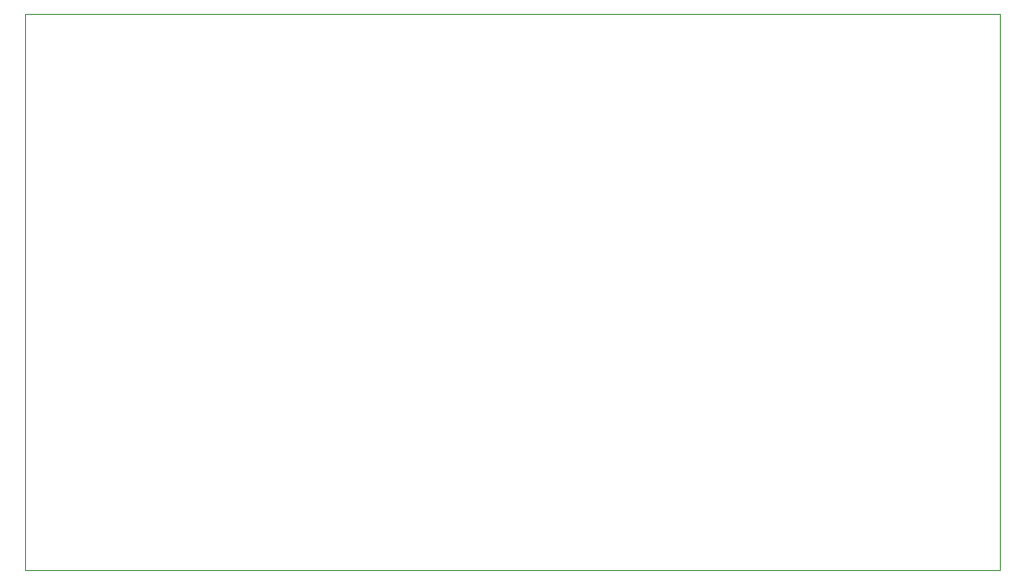
<source format=gm1>
G04 #@! TF.GenerationSoftware,KiCad,Pcbnew,7.0.9*
G04 #@! TF.CreationDate,2024-03-05T18:49:30-08:00*
G04 #@! TF.ProjectId,SSM3582_v02,53534d33-3538-4325-9f76-30322e6b6963,rev?*
G04 #@! TF.SameCoordinates,Original*
G04 #@! TF.FileFunction,Profile,NP*
%FSLAX46Y46*%
G04 Gerber Fmt 4.6, Leading zero omitted, Abs format (unit mm)*
G04 Created by KiCad (PCBNEW 7.0.9) date 2024-03-05 18:49:30*
%MOMM*%
%LPD*%
G01*
G04 APERTURE LIST*
G04 #@! TA.AperFunction,Profile*
%ADD10C,0.050000*%
G04 #@! TD*
G04 APERTURE END LIST*
D10*
X104775000Y-67310000D02*
X193675000Y-67310000D01*
X193675000Y-118110000D01*
X104775000Y-118110000D01*
X104775000Y-67310000D01*
M02*

</source>
